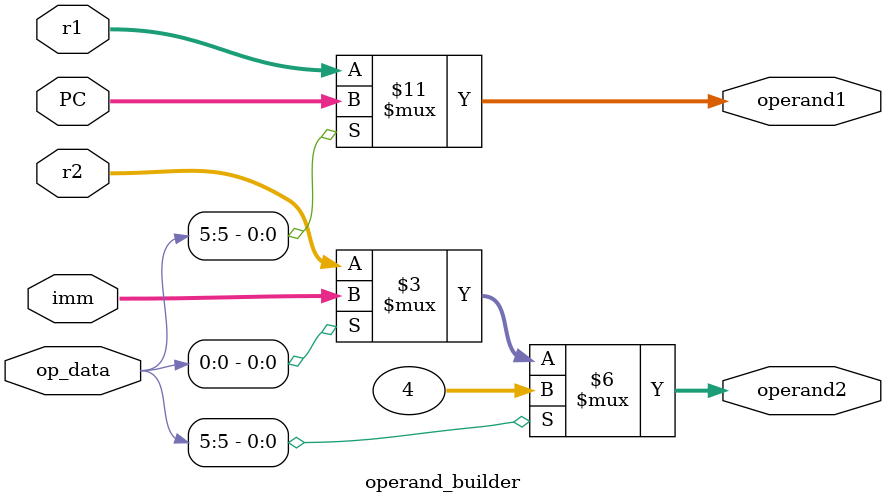
<source format=v>
module operand_builder(
input [14:0]op_data,
input [31:0] PC,
input [31:0] r1,
input [31:0] r2,
input [31:0] imm,

output reg[31:0]operand1,
output reg[31:0]operand2

);

always @(*) begin
	
	if(op_data[5]) begin
		operand1 <= PC;
		operand2 <= 4;
	end
	else if(op_data[0]) begin
		operand1 <= r1;
		operand2 <= imm;
	end
	else begin
		operand1 <= r1;
		operand2 <= r2;
	end
	
	
end


endmodule
</source>
